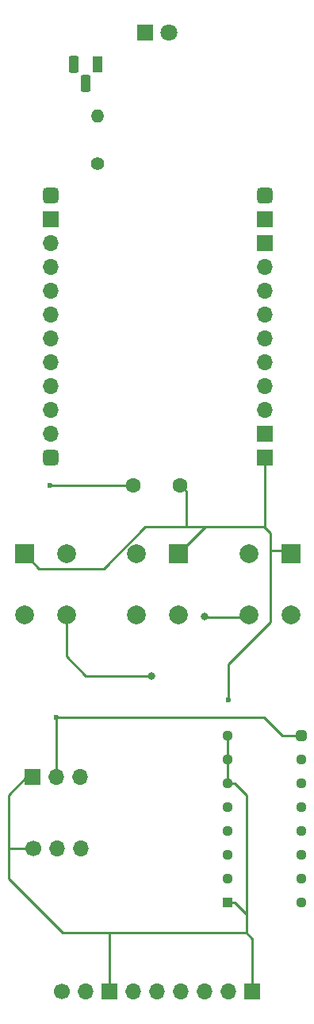
<source format=gbr>
%TF.GenerationSoftware,KiCad,Pcbnew,7.0.6-0*%
%TF.CreationDate,2023-12-10T07:55:44-08:00*%
%TF.ProjectId,s3,73332e6b-6963-4616-945f-706362585858,rev?*%
%TF.SameCoordinates,Original*%
%TF.FileFunction,Copper,L2,Bot*%
%TF.FilePolarity,Positive*%
%FSLAX46Y46*%
G04 Gerber Fmt 4.6, Leading zero omitted, Abs format (unit mm)*
G04 Created by KiCad (PCBNEW 7.0.6-0) date 2023-12-10 07:55:44*
%MOMM*%
%LPD*%
G01*
G04 APERTURE LIST*
G04 Aperture macros list*
%AMRoundRect*
0 Rectangle with rounded corners*
0 $1 Rounding radius*
0 $2 $3 $4 $5 $6 $7 $8 $9 X,Y pos of 4 corners*
0 Add a 4 corners polygon primitive as box body*
4,1,4,$2,$3,$4,$5,$6,$7,$8,$9,$2,$3,0*
0 Add four circle primitives for the rounded corners*
1,1,$1+$1,$2,$3*
1,1,$1+$1,$4,$5*
1,1,$1+$1,$6,$7*
1,1,$1+$1,$8,$9*
0 Add four rect primitives between the rounded corners*
20,1,$1+$1,$2,$3,$4,$5,0*
20,1,$1+$1,$4,$5,$6,$7,0*
20,1,$1+$1,$6,$7,$8,$9,0*
20,1,$1+$1,$8,$9,$2,$3,0*%
G04 Aperture macros list end*
%TA.AperFunction,ComponentPad*%
%ADD10C,1.400000*%
%TD*%
%TA.AperFunction,ComponentPad*%
%ADD11O,1.400000X1.400000*%
%TD*%
%TA.AperFunction,ComponentPad*%
%ADD12C,1.700000*%
%TD*%
%TA.AperFunction,ComponentPad*%
%ADD13O,1.700000X1.700000*%
%TD*%
%TA.AperFunction,ComponentPad*%
%ADD14R,1.700000X1.700000*%
%TD*%
%TA.AperFunction,ComponentPad*%
%ADD15C,2.000000*%
%TD*%
%TA.AperFunction,ComponentPad*%
%ADD16R,2.000000X2.000000*%
%TD*%
%TA.AperFunction,ComponentPad*%
%ADD17R,1.100000X1.800000*%
%TD*%
%TA.AperFunction,ComponentPad*%
%ADD18RoundRect,0.275000X0.275000X0.625000X-0.275000X0.625000X-0.275000X-0.625000X0.275000X-0.625000X0*%
%TD*%
%TA.AperFunction,ComponentPad*%
%ADD19RoundRect,0.282500X-0.282500X-0.282500X0.282500X-0.282500X0.282500X0.282500X-0.282500X0.282500X0*%
%TD*%
%TA.AperFunction,ComponentPad*%
%ADD20C,1.130000*%
%TD*%
%TA.AperFunction,ComponentPad*%
%ADD21R,1.130000X1.130000*%
%TD*%
%TA.AperFunction,ComponentPad*%
%ADD22C,1.600000*%
%TD*%
%TA.AperFunction,ComponentPad*%
%ADD23R,1.800000X1.800000*%
%TD*%
%TA.AperFunction,ComponentPad*%
%ADD24C,1.800000*%
%TD*%
%TA.AperFunction,ComponentPad*%
%ADD25RoundRect,0.425000X-0.425000X-0.425000X0.425000X-0.425000X0.425000X0.425000X-0.425000X0.425000X0*%
%TD*%
%TA.AperFunction,ViaPad*%
%ADD26C,0.600000*%
%TD*%
%TA.AperFunction,ViaPad*%
%ADD27C,0.800000*%
%TD*%
%TA.AperFunction,Conductor*%
%ADD28C,0.250000*%
%TD*%
G04 APERTURE END LIST*
D10*
%TO.P,470ohm,1*%
%TO.N,irled*%
X203835000Y-62230000D03*
D11*
%TO.P,470ohm,2*%
X203835000Y-57150000D03*
%TD*%
D12*
%TO.P,INMP441 2,1*%
%TO.N,ground*%
X196917000Y-135225000D03*
D13*
%TO.P,INMP441 2,2*%
%TO.N,ws*%
X199457000Y-135225000D03*
%TO.P,INMP441 2,3*%
%TO.N,sck*%
X201997000Y-135225000D03*
%TD*%
D14*
%TO.P,ANO Rotary,COMA*%
%TO.N,ground*%
X205105000Y-150495000D03*
%TO.P,ANO Rotary,COMB*%
X220345000Y-150495000D03*
D12*
%TO.P,ANO Rotary,ENCA*%
%TO.N,enca*%
X200025000Y-150495000D03*
D13*
%TO.P,ANO Rotary,ENCB*%
%TO.N,encb*%
X202565000Y-150495000D03*
%TO.P,ANO Rotary,SW1*%
%TO.N,sw1*%
X207645000Y-150495000D03*
%TO.P,ANO Rotary,SW2*%
%TO.N,sw2*%
X210185000Y-150495000D03*
%TO.P,ANO Rotary,SW3*%
%TO.N,sw3*%
X212725000Y-150495000D03*
%TO.P,ANO Rotary,SW4*%
%TO.N,sw4*%
X215265000Y-150495000D03*
%TO.P,ANO Rotary,SW5*%
%TO.N,sw5*%
X217805000Y-150495000D03*
%TD*%
D15*
%TO.P,SW6,1*%
%TO.N,N/C*%
X195986020Y-110335004D03*
D16*
%TO.N,ground*%
X195986020Y-103835004D03*
D15*
%TO.P,SW6,2*%
%TO.N,sw6*%
X200486020Y-110335004D03*
%TO.N,N/C*%
X200486020Y-103835004D03*
%TD*%
D17*
%TO.P,NPN,1*%
%TO.N,irled*%
X203835000Y-51670000D03*
D18*
%TO.P,NPN,2*%
X202565000Y-53740000D03*
%TO.P,NPN,3*%
%TO.N,ground2*%
X201295000Y-51670000D03*
%TD*%
D19*
%TO.P,PCF8574N,16*%
%TO.N,3v*%
X225585000Y-123190000D03*
D20*
%TO.P,PCF8574N,A0*%
%TO.N,ground*%
X217645000Y-123190000D03*
%TO.P,PCF8574N,A1*%
X217645000Y-125730000D03*
%TO.P,PCF8574N,A2*%
X217645000Y-128270000D03*
D21*
%TO.P,PCF8574N,GND*%
X217645000Y-140970000D03*
D20*
%TO.P,PCF8574N,INT*%
%TO.N,N/C*%
X225585000Y-130810000D03*
%TO.P,PCF8574N,P0*%
%TO.N,sw8*%
X217645000Y-130810000D03*
%TO.P,PCF8574N,P1*%
%TO.N,sw7*%
X217645000Y-133350000D03*
%TO.P,PCF8574N,P2*%
%TO.N,sw6*%
X217645000Y-135890000D03*
%TO.P,PCF8574N,P3*%
%TO.N,sw1*%
X217645000Y-138430000D03*
%TO.P,PCF8574N,P4*%
%TO.N,sw5*%
X225585000Y-140970000D03*
%TO.P,PCF8574N,P5*%
%TO.N,sw4*%
X225585000Y-138430000D03*
%TO.P,PCF8574N,P6*%
%TO.N,sw3*%
X225585000Y-135890000D03*
%TO.P,PCF8574N,P7*%
%TO.N,sw2*%
X225585000Y-133350000D03*
%TO.P,PCF8574N,SCL*%
%TO.N,SCL*%
X225585000Y-128270000D03*
%TO.P,PCF8574N,SDA*%
%TO.N,SDA*%
X225585000Y-125730000D03*
%TD*%
D15*
%TO.P,SW8,1*%
%TO.N,sw8*%
X219954436Y-110336007D03*
%TO.N,N/C*%
X219954436Y-103836007D03*
%TO.P,SW8,2*%
X224454436Y-110336007D03*
D16*
%TO.N,ground*%
X224454436Y-103836007D03*
%TD*%
D22*
%TO.P,Cap,1*%
%TO.N,3v*%
X207645000Y-96520000D03*
%TO.P,Cap,2*%
%TO.N,ground*%
X212645000Y-96520000D03*
%TD*%
D23*
%TO.P,5MM IR,1*%
%TO.N,irled*%
X208843066Y-48260000D03*
D24*
%TO.P,5MM IR,2*%
%TO.N,3v2*%
X211383066Y-48260000D03*
%TD*%
D15*
%TO.P,SW7,1*%
%TO.N,sw7*%
X207954436Y-110335525D03*
%TO.N,N/C*%
X207954436Y-103835525D03*
%TO.P,SW7,2*%
X212454436Y-110335525D03*
D16*
%TO.N,ground*%
X212454436Y-103835525D03*
%TD*%
D13*
%TO.P,TDisplayS3,3*%
%TO.N,N/C*%
X198765756Y-70736891D03*
%TO.P,TDisplayS3,4*%
X198765756Y-73276891D03*
%TO.P,TDisplayS3,5*%
%TO.N,irled*%
X198765756Y-75816891D03*
D25*
%TO.P,TDisplayS3,5v*%
%TO.N,5v*%
X198765756Y-65656891D03*
D13*
%TO.P,TDisplayS3,6*%
%TO.N,N/C*%
X198765756Y-78356891D03*
%TO.P,TDisplayS3,7*%
%TO.N,encb*%
X198765756Y-80896891D03*
%TO.P,TDisplayS3,8*%
%TO.N,enca*%
X198765756Y-83436891D03*
%TO.P,TDisplayS3,9*%
%TO.N,ws*%
X198765756Y-85976891D03*
%TO.P,TDisplayS3,10*%
%TO.N,sck*%
X198765756Y-88516891D03*
%TO.P,TDisplayS3,11*%
%TO.N,sd*%
X198765756Y-91056891D03*
D25*
%TO.P,TDisplayS3,12*%
%TO.N,3v*%
X198765756Y-93596891D03*
D14*
%TO.P,TDisplayS3,gnd*%
%TO.N,ground2*%
X198765756Y-68196891D03*
%TD*%
D25*
%TO.P,REF\u002A\u002A,1*%
%TO.N,3v2*%
X221625756Y-65657409D03*
D14*
%TO.P,REF\u002A\u002A,2*%
%TO.N,N/C*%
X221625756Y-68197409D03*
%TO.P,REF\u002A\u002A,3*%
X221625756Y-70737409D03*
D13*
%TO.P,REF\u002A\u002A,4*%
X221625756Y-73277409D03*
%TO.P,REF\u002A\u002A,5*%
X221625756Y-75817409D03*
%TO.P,REF\u002A\u002A,6*%
X221625756Y-78357409D03*
%TO.P,REF\u002A\u002A,7*%
%TO.N,SCL*%
X221625756Y-80897409D03*
%TO.P,REF\u002A\u002A,8*%
%TO.N,SDA*%
X221625756Y-83437409D03*
%TO.P,REF\u002A\u002A,9*%
%TO.N,N/C*%
X221625756Y-85977409D03*
%TO.P,REF\u002A\u002A,10*%
X221625756Y-88517409D03*
D14*
%TO.P,REF\u002A\u002A,11*%
X221625756Y-91057409D03*
%TO.P,REF\u002A\u002A,12*%
%TO.N,ground*%
X221625756Y-93597409D03*
%TD*%
%TO.P,INMP441,1*%
%TO.N,ground*%
X196850000Y-127635000D03*
D13*
%TO.P,INMP441,2*%
%TO.N,3v*%
X199390000Y-127635000D03*
%TO.P,INMP441,3*%
%TO.N,sd*%
X201930000Y-127635000D03*
%TD*%
D26*
%TO.N,ground*%
X217805000Y-119380000D03*
D27*
%TO.N,sw6*%
X209550000Y-116840000D03*
%TO.N,sw8*%
X215265000Y-110490000D03*
D26*
%TO.N,3v*%
X199390000Y-121285000D03*
X198755000Y-96520000D03*
%TD*%
D28*
%TO.N,ground*%
X219630000Y-144225000D02*
X212090000Y-144225000D01*
X205105000Y-144225000D02*
X205105000Y-149806718D01*
X217805000Y-115570000D02*
X217805000Y-119380000D01*
X219710000Y-144225000D02*
X220345000Y-144860000D01*
X220345000Y-149773718D02*
X221017090Y-150445808D01*
X208915000Y-100965000D02*
X204470000Y-105410000D01*
X221583428Y-100965000D02*
X215324961Y-100965000D01*
X194310000Y-135255000D02*
X194310000Y-129540000D01*
X222250000Y-101631572D02*
X222250000Y-103505000D01*
X215324961Y-100965000D02*
X212454436Y-103835525D01*
X223520000Y-103505000D02*
X222250000Y-103505000D01*
X218440000Y-128270000D02*
X217645000Y-128270000D01*
X205105000Y-149806718D02*
X205744090Y-150445808D01*
X197561016Y-105410000D02*
X195986020Y-103835004D01*
X224454436Y-103836007D02*
X223851007Y-103836007D01*
X220345000Y-144860000D02*
X220345000Y-149773718D01*
X194310000Y-129540000D02*
X196215000Y-127635000D01*
X219630000Y-144225000D02*
X219710000Y-144145000D01*
X194310000Y-138430000D02*
X194310000Y-135255000D01*
X213280000Y-97155000D02*
X213280000Y-100885000D01*
X222250000Y-103505000D02*
X222250000Y-111125000D01*
X204470000Y-105410000D02*
X197561016Y-105410000D01*
X196917000Y-135225000D02*
X194340000Y-135225000D01*
X213280000Y-100885000D02*
X213360000Y-100965000D01*
X200105000Y-144225000D02*
X194310000Y-138430000D01*
X222250000Y-111125000D02*
X217805000Y-115570000D01*
X212090000Y-144225000D02*
X205105000Y-144225000D01*
X213360000Y-100965000D02*
X208915000Y-100965000D01*
X194340000Y-135225000D02*
X194310000Y-135255000D01*
X221625756Y-100954244D02*
X221599214Y-100980786D01*
X215324961Y-100965000D02*
X213360000Y-100965000D01*
X221625756Y-93597409D02*
X221625756Y-100954244D01*
X212645000Y-96520000D02*
X213280000Y-97155000D01*
X219710000Y-142240000D02*
X219710000Y-129540000D01*
X217645000Y-128270000D02*
X217645000Y-123190000D01*
X219710000Y-144145000D02*
X219710000Y-142240000D01*
X218440000Y-140970000D02*
X217645000Y-140970000D01*
X223851007Y-103836007D02*
X223520000Y-103505000D01*
X212090000Y-144225000D02*
X200105000Y-144225000D01*
X196215000Y-127635000D02*
X196850000Y-127635000D01*
X221583428Y-100965000D02*
X222250000Y-101631572D01*
X221583428Y-100965000D02*
X221599214Y-100980786D01*
X219710000Y-129540000D02*
X218440000Y-128270000D01*
X219710000Y-142240000D02*
X218440000Y-140970000D01*
%TO.N,sw6*%
X209550000Y-116840000D02*
X202565000Y-116840000D01*
X202565000Y-116840000D02*
X200486020Y-114761020D01*
X200486020Y-114761020D02*
X200486020Y-110335004D01*
%TO.N,sw8*%
X215265000Y-110490000D02*
X215355443Y-110580443D01*
X215355443Y-110580443D02*
X219710000Y-110580443D01*
X219710000Y-110580443D02*
X219954436Y-110336007D01*
%TO.N,3v*%
X223520000Y-123190000D02*
X225585000Y-123190000D01*
X199390000Y-121285000D02*
X221615000Y-121285000D01*
X221615000Y-121285000D02*
X223520000Y-123190000D01*
X199390000Y-121285000D02*
X199390000Y-127635000D01*
X207645000Y-96520000D02*
X198755000Y-96520000D01*
%TD*%
M02*

</source>
